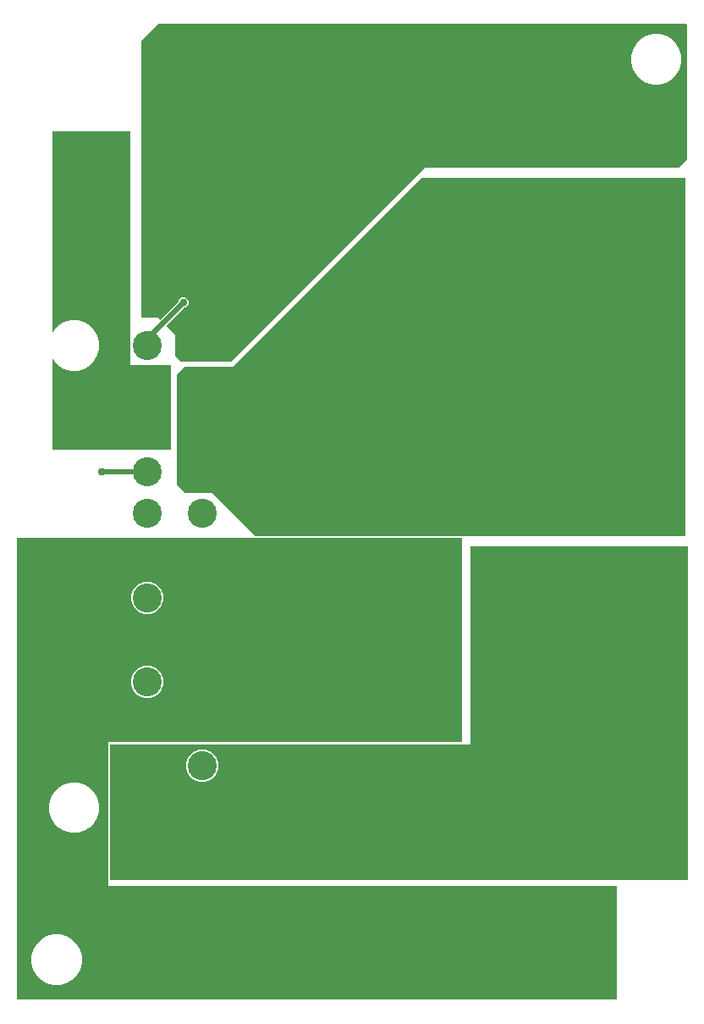
<source format=gbr>
G04 EAGLE Gerber RS-274X export*
G75*
%MOMM*%
%FSLAX34Y34*%
%LPD*%
%INBottom Copper*%
%IPPOS*%
%AMOC8*
5,1,8,0,0,1.08239X$1,22.5*%
G01*
%ADD10C,2.900000*%
%ADD11C,2.000000*%
%ADD12C,0.756400*%
%ADD13C,0.508000*%

G36*
X610008Y10162D02*
X610008Y10162D01*
X610017Y10161D01*
X610105Y10182D01*
X610195Y10200D01*
X610202Y10205D01*
X610210Y10207D01*
X610283Y10261D01*
X610359Y10313D01*
X610363Y10320D01*
X610370Y10325D01*
X610417Y10403D01*
X610466Y10480D01*
X610467Y10489D01*
X610472Y10496D01*
X610499Y10660D01*
X610499Y123000D01*
X610498Y123004D01*
X610499Y123008D01*
X610498Y123011D01*
X610499Y123017D01*
X610478Y123105D01*
X610460Y123195D01*
X610455Y123202D01*
X610453Y123210D01*
X610399Y123283D01*
X610347Y123359D01*
X610340Y123363D01*
X610335Y123370D01*
X610257Y123417D01*
X610180Y123466D01*
X610171Y123467D01*
X610164Y123472D01*
X610000Y123499D01*
X101499Y123499D01*
X101499Y267501D01*
X455000Y267501D01*
X455008Y267502D01*
X455017Y267501D01*
X455105Y267522D01*
X455195Y267540D01*
X455202Y267545D01*
X455210Y267547D01*
X455283Y267601D01*
X455359Y267653D01*
X455363Y267660D01*
X455370Y267665D01*
X455417Y267743D01*
X455466Y267820D01*
X455467Y267829D01*
X455472Y267836D01*
X455499Y268000D01*
X455499Y471000D01*
X455498Y471008D01*
X455499Y471017D01*
X455478Y471105D01*
X455460Y471195D01*
X455455Y471202D01*
X455453Y471210D01*
X455399Y471283D01*
X455347Y471359D01*
X455340Y471363D01*
X455335Y471370D01*
X455257Y471417D01*
X455180Y471466D01*
X455171Y471467D01*
X455164Y471472D01*
X455000Y471499D01*
X10660Y471499D01*
X10652Y471498D01*
X10643Y471499D01*
X10555Y471478D01*
X10465Y471460D01*
X10458Y471455D01*
X10450Y471453D01*
X10377Y471399D01*
X10301Y471347D01*
X10297Y471340D01*
X10290Y471335D01*
X10243Y471257D01*
X10194Y471180D01*
X10193Y471171D01*
X10188Y471164D01*
X10161Y471000D01*
X10161Y10660D01*
X10162Y10652D01*
X10161Y10643D01*
X10182Y10555D01*
X10200Y10465D01*
X10205Y10458D01*
X10207Y10450D01*
X10261Y10377D01*
X10313Y10301D01*
X10320Y10297D01*
X10325Y10290D01*
X10403Y10243D01*
X10480Y10194D01*
X10489Y10193D01*
X10496Y10188D01*
X10660Y10161D01*
X610000Y10161D01*
X610008Y10162D01*
G37*
G36*
X679008Y473502D02*
X679008Y473502D01*
X679017Y473501D01*
X679105Y473522D01*
X679195Y473540D01*
X679202Y473545D01*
X679210Y473547D01*
X679283Y473601D01*
X679359Y473653D01*
X679363Y473660D01*
X679370Y473665D01*
X679417Y473743D01*
X679466Y473820D01*
X679467Y473829D01*
X679472Y473836D01*
X679499Y474000D01*
X679499Y831000D01*
X679498Y831008D01*
X679499Y831017D01*
X679478Y831105D01*
X679460Y831195D01*
X679455Y831202D01*
X679453Y831210D01*
X679399Y831283D01*
X679347Y831359D01*
X679340Y831363D01*
X679335Y831370D01*
X679257Y831417D01*
X679180Y831466D01*
X679171Y831467D01*
X679164Y831472D01*
X679000Y831499D01*
X415000Y831499D01*
X414988Y831497D01*
X414975Y831499D01*
X414891Y831477D01*
X414805Y831460D01*
X414795Y831453D01*
X414783Y831449D01*
X414647Y831353D01*
X225793Y642499D01*
X178000Y642499D01*
X177988Y642497D01*
X177975Y642499D01*
X177891Y642477D01*
X177805Y642460D01*
X177795Y642453D01*
X177783Y642449D01*
X177647Y642353D01*
X170647Y635353D01*
X170640Y635342D01*
X170630Y635335D01*
X170586Y635260D01*
X170537Y635187D01*
X170535Y635175D01*
X170528Y635164D01*
X170501Y635000D01*
X170501Y525000D01*
X170503Y524988D01*
X170501Y524975D01*
X170523Y524891D01*
X170540Y524805D01*
X170548Y524795D01*
X170551Y524783D01*
X170647Y524647D01*
X178647Y516647D01*
X178658Y516640D01*
X178665Y516630D01*
X178740Y516586D01*
X178813Y516537D01*
X178825Y516535D01*
X178836Y516528D01*
X179000Y516501D01*
X205793Y516501D01*
X248647Y473647D01*
X248658Y473640D01*
X248665Y473630D01*
X248740Y473586D01*
X248813Y473537D01*
X248825Y473535D01*
X248836Y473528D01*
X249000Y473501D01*
X679000Y473501D01*
X679008Y473502D01*
G37*
G36*
X681008Y129502D02*
X681008Y129502D01*
X681017Y129501D01*
X681105Y129522D01*
X681195Y129540D01*
X681202Y129545D01*
X681210Y129547D01*
X681283Y129601D01*
X681359Y129653D01*
X681363Y129660D01*
X681370Y129665D01*
X681417Y129743D01*
X681466Y129820D01*
X681467Y129829D01*
X681472Y129836D01*
X681499Y130000D01*
X681499Y463000D01*
X681498Y463008D01*
X681499Y463016D01*
X681499Y463017D01*
X681478Y463105D01*
X681460Y463195D01*
X681455Y463202D01*
X681453Y463210D01*
X681399Y463283D01*
X681347Y463359D01*
X681340Y463363D01*
X681335Y463370D01*
X681257Y463417D01*
X681180Y463466D01*
X681171Y463467D01*
X681164Y463472D01*
X681000Y463499D01*
X465000Y463499D01*
X464992Y463498D01*
X464983Y463499D01*
X464895Y463478D01*
X464805Y463460D01*
X464798Y463455D01*
X464790Y463453D01*
X464717Y463399D01*
X464641Y463347D01*
X464637Y463340D01*
X464630Y463335D01*
X464583Y463257D01*
X464534Y463180D01*
X464533Y463171D01*
X464528Y463164D01*
X464501Y463000D01*
X464501Y265499D01*
X104000Y265499D01*
X103992Y265498D01*
X103983Y265499D01*
X103895Y265478D01*
X103805Y265460D01*
X103798Y265455D01*
X103790Y265453D01*
X103717Y265399D01*
X103641Y265347D01*
X103637Y265340D01*
X103630Y265335D01*
X103583Y265257D01*
X103534Y265180D01*
X103533Y265171D01*
X103528Y265164D01*
X103501Y265000D01*
X103501Y130000D01*
X103502Y129992D01*
X103501Y129983D01*
X103522Y129895D01*
X103540Y129805D01*
X103545Y129798D01*
X103547Y129790D01*
X103601Y129717D01*
X103653Y129641D01*
X103660Y129637D01*
X103665Y129630D01*
X103743Y129583D01*
X103820Y129534D01*
X103829Y129533D01*
X103836Y129528D01*
X104000Y129501D01*
X681000Y129501D01*
X681008Y129502D01*
G37*
G36*
X224012Y647503D02*
X224012Y647503D01*
X224025Y647501D01*
X224109Y647523D01*
X224195Y647540D01*
X224205Y647548D01*
X224217Y647551D01*
X224353Y647647D01*
X418207Y841501D01*
X672000Y841501D01*
X672012Y841503D01*
X672025Y841501D01*
X672109Y841523D01*
X672195Y841540D01*
X672205Y841548D01*
X672217Y841551D01*
X672353Y841647D01*
X680353Y849647D01*
X680360Y849658D01*
X680370Y849665D01*
X680415Y849740D01*
X680463Y849813D01*
X680465Y849825D01*
X680472Y849836D01*
X680499Y850000D01*
X680499Y985000D01*
X680498Y985005D01*
X680499Y985010D01*
X680498Y985013D01*
X680499Y985017D01*
X680478Y985105D01*
X680460Y985195D01*
X680455Y985202D01*
X680453Y985210D01*
X680399Y985283D01*
X680347Y985359D01*
X680340Y985363D01*
X680335Y985370D01*
X680257Y985417D01*
X680180Y985466D01*
X680171Y985467D01*
X680164Y985472D01*
X680000Y985499D01*
X152000Y985499D01*
X151988Y985497D01*
X151975Y985499D01*
X151891Y985477D01*
X151805Y985460D01*
X151795Y985453D01*
X151783Y985449D01*
X151647Y985353D01*
X134647Y968353D01*
X134640Y968342D01*
X134630Y968335D01*
X134586Y968260D01*
X134537Y968187D01*
X134535Y968175D01*
X134528Y968164D01*
X134501Y968000D01*
X134501Y692000D01*
X134502Y691992D01*
X134501Y691983D01*
X134522Y691894D01*
X134540Y691805D01*
X134545Y691798D01*
X134547Y691790D01*
X134601Y691717D01*
X134653Y691641D01*
X134660Y691637D01*
X134665Y691630D01*
X134743Y691583D01*
X134820Y691534D01*
X134829Y691533D01*
X134836Y691528D01*
X135000Y691501D01*
X151793Y691501D01*
X153420Y689874D01*
X153427Y689870D01*
X153432Y689863D01*
X153509Y689815D01*
X153586Y689764D01*
X153594Y689763D01*
X153601Y689758D01*
X153691Y689745D01*
X153781Y689728D01*
X153789Y689730D01*
X153798Y689729D01*
X153886Y689751D01*
X153975Y689771D01*
X153982Y689776D01*
X153990Y689778D01*
X154126Y689874D01*
X171547Y707295D01*
X171554Y707306D01*
X171564Y707313D01*
X171609Y707388D01*
X171657Y707461D01*
X171659Y707474D01*
X171666Y707484D01*
X171693Y707648D01*
X171693Y709198D01*
X174802Y712307D01*
X179198Y712307D01*
X182307Y709198D01*
X182307Y704802D01*
X179198Y701693D01*
X177648Y701693D01*
X177636Y701691D01*
X177624Y701693D01*
X177539Y701671D01*
X177454Y701654D01*
X177443Y701647D01*
X177431Y701643D01*
X177295Y701547D01*
X159874Y684126D01*
X159870Y684119D01*
X159863Y684114D01*
X159815Y684036D01*
X159764Y683960D01*
X159763Y683952D01*
X159758Y683945D01*
X159745Y683855D01*
X159728Y683765D01*
X159730Y683756D01*
X159729Y683748D01*
X159751Y683660D01*
X159771Y683570D01*
X159776Y683563D01*
X159778Y683555D01*
X159874Y683420D01*
X168501Y674793D01*
X168501Y654000D01*
X168503Y653988D01*
X168501Y653975D01*
X168523Y653891D01*
X168540Y653805D01*
X168548Y653795D01*
X168551Y653783D01*
X168647Y653647D01*
X174647Y647647D01*
X174658Y647640D01*
X174665Y647630D01*
X174740Y647586D01*
X174813Y647537D01*
X174825Y647535D01*
X174836Y647528D01*
X175000Y647501D01*
X224000Y647501D01*
X224012Y647503D01*
G37*
G36*
X164008Y559502D02*
X164008Y559502D01*
X164017Y559501D01*
X164105Y559522D01*
X164195Y559540D01*
X164202Y559545D01*
X164210Y559547D01*
X164283Y559601D01*
X164359Y559653D01*
X164363Y559660D01*
X164370Y559665D01*
X164417Y559743D01*
X164466Y559820D01*
X164467Y559829D01*
X164472Y559836D01*
X164499Y560000D01*
X164499Y644000D01*
X164498Y644008D01*
X164499Y644017D01*
X164478Y644105D01*
X164460Y644195D01*
X164455Y644202D01*
X164453Y644210D01*
X164399Y644283D01*
X164347Y644359D01*
X164340Y644363D01*
X164335Y644370D01*
X164257Y644417D01*
X164180Y644466D01*
X164171Y644467D01*
X164164Y644472D01*
X164000Y644499D01*
X123499Y644499D01*
X123499Y878000D01*
X123498Y878008D01*
X123499Y878017D01*
X123478Y878105D01*
X123460Y878195D01*
X123455Y878202D01*
X123453Y878210D01*
X123399Y878283D01*
X123347Y878359D01*
X123340Y878363D01*
X123335Y878370D01*
X123257Y878417D01*
X123180Y878466D01*
X123171Y878467D01*
X123164Y878472D01*
X123000Y878499D01*
X46000Y878499D01*
X45992Y878498D01*
X45983Y878499D01*
X45895Y878478D01*
X45805Y878460D01*
X45798Y878455D01*
X45790Y878453D01*
X45717Y878399D01*
X45641Y878347D01*
X45637Y878340D01*
X45630Y878335D01*
X45583Y878257D01*
X45534Y878180D01*
X45533Y878171D01*
X45528Y878164D01*
X45501Y878000D01*
X45501Y677908D01*
X45515Y677840D01*
X45520Y677770D01*
X45534Y677743D01*
X45540Y677713D01*
X45580Y677656D01*
X45612Y677594D01*
X45635Y677574D01*
X45653Y677549D01*
X45711Y677511D01*
X45765Y677467D01*
X45794Y677458D01*
X45820Y677442D01*
X45889Y677430D01*
X45955Y677410D01*
X45986Y677414D01*
X46017Y677409D01*
X46084Y677425D01*
X46153Y677432D01*
X46180Y677448D01*
X46210Y677455D01*
X46266Y677496D01*
X46326Y677530D01*
X46349Y677557D01*
X46370Y677573D01*
X46391Y677608D01*
X46432Y677658D01*
X47466Y679449D01*
X52151Y684134D01*
X57888Y687446D01*
X64288Y689161D01*
X70912Y689161D01*
X77312Y687446D01*
X83049Y684134D01*
X87734Y679449D01*
X91046Y673712D01*
X92761Y667312D01*
X92761Y660688D01*
X91046Y654288D01*
X87734Y648551D01*
X83049Y643866D01*
X77312Y640554D01*
X70912Y638839D01*
X64288Y638839D01*
X57888Y640554D01*
X52151Y643866D01*
X47466Y648551D01*
X46432Y650342D01*
X46386Y650394D01*
X46347Y650451D01*
X46321Y650468D01*
X46301Y650491D01*
X46238Y650521D01*
X46180Y650558D01*
X46149Y650563D01*
X46121Y650577D01*
X46052Y650580D01*
X45983Y650591D01*
X45954Y650584D01*
X45923Y650586D01*
X45857Y650561D01*
X45790Y650545D01*
X45765Y650527D01*
X45736Y650516D01*
X45686Y650468D01*
X45630Y650427D01*
X45614Y650401D01*
X45592Y650380D01*
X45564Y650316D01*
X45528Y650256D01*
X45523Y650222D01*
X45512Y650197D01*
X45511Y650156D01*
X45501Y650092D01*
X45501Y560000D01*
X45502Y559992D01*
X45501Y559983D01*
X45522Y559895D01*
X45540Y559805D01*
X45545Y559798D01*
X45547Y559790D01*
X45601Y559717D01*
X45653Y559641D01*
X45660Y559637D01*
X45665Y559630D01*
X45743Y559583D01*
X45820Y559534D01*
X45829Y559533D01*
X45836Y559528D01*
X46000Y559501D01*
X164000Y559501D01*
X164008Y559502D01*
G37*
%LPC*%
G36*
X646688Y924839D02*
X646688Y924839D01*
X640288Y926554D01*
X634551Y929866D01*
X629866Y934551D01*
X626554Y940288D01*
X624839Y946688D01*
X624839Y953312D01*
X626554Y959712D01*
X629866Y965449D01*
X634551Y970134D01*
X640288Y973446D01*
X646688Y975161D01*
X653312Y975161D01*
X659712Y973446D01*
X665449Y970134D01*
X670134Y965449D01*
X673446Y959712D01*
X675161Y953312D01*
X675161Y946688D01*
X673446Y940288D01*
X670134Y934551D01*
X665449Y929866D01*
X659712Y926554D01*
X653312Y924839D01*
X646688Y924839D01*
G37*
%LPD*%
%LPC*%
G36*
X64288Y176839D02*
X64288Y176839D01*
X57888Y178554D01*
X52151Y181866D01*
X47466Y186551D01*
X44154Y192288D01*
X42439Y198688D01*
X42439Y205312D01*
X44154Y211712D01*
X47466Y217449D01*
X52151Y222134D01*
X57888Y225446D01*
X64288Y227161D01*
X70912Y227161D01*
X77312Y225446D01*
X83049Y222134D01*
X87734Y217449D01*
X91046Y211712D01*
X92761Y205312D01*
X92761Y198688D01*
X91046Y192288D01*
X87734Y186551D01*
X83049Y181866D01*
X77312Y178554D01*
X70912Y176839D01*
X64288Y176839D01*
G37*
%LPD*%
%LPC*%
G36*
X46688Y24839D02*
X46688Y24839D01*
X40288Y26554D01*
X34551Y29866D01*
X29866Y34551D01*
X26554Y40288D01*
X24839Y46688D01*
X24839Y53312D01*
X26554Y59712D01*
X29866Y65449D01*
X34551Y70134D01*
X40288Y73446D01*
X46688Y75161D01*
X53312Y75161D01*
X59712Y73446D01*
X65449Y70134D01*
X70134Y65449D01*
X73446Y59712D01*
X75161Y53312D01*
X75161Y46688D01*
X73446Y40288D01*
X70134Y34551D01*
X65449Y29866D01*
X59712Y26554D01*
X53312Y24839D01*
X46688Y24839D01*
G37*
%LPD*%
%LPC*%
G36*
X137412Y395975D02*
X137412Y395975D01*
X131523Y398415D01*
X127015Y402923D01*
X124575Y408812D01*
X124575Y415188D01*
X127015Y421077D01*
X131523Y425585D01*
X137412Y428025D01*
X143788Y428025D01*
X149677Y425585D01*
X154185Y421077D01*
X156625Y415188D01*
X156625Y408812D01*
X154185Y402923D01*
X149677Y398415D01*
X143788Y395975D01*
X137412Y395975D01*
G37*
%LPD*%
%LPC*%
G36*
X137412Y311975D02*
X137412Y311975D01*
X131523Y314415D01*
X127015Y318923D01*
X124575Y324812D01*
X124575Y331188D01*
X127015Y337077D01*
X131523Y341585D01*
X137412Y344025D01*
X143788Y344025D01*
X149677Y341585D01*
X154185Y337077D01*
X156625Y331188D01*
X156625Y324812D01*
X154185Y318923D01*
X149677Y314415D01*
X143788Y311975D01*
X137412Y311975D01*
G37*
%LPD*%
%LPC*%
G36*
X192412Y227975D02*
X192412Y227975D01*
X186523Y230415D01*
X182015Y234923D01*
X179575Y240812D01*
X179575Y247188D01*
X182015Y253077D01*
X186523Y257585D01*
X192412Y260025D01*
X198788Y260025D01*
X204677Y257585D01*
X209185Y253077D01*
X211625Y247188D01*
X211625Y240812D01*
X209185Y234923D01*
X204677Y230415D01*
X198788Y227975D01*
X192412Y227975D01*
G37*
%LPD*%
D10*
X140600Y202000D03*
X140600Y244000D03*
X140600Y286000D03*
X140600Y328000D03*
X140600Y370000D03*
X140600Y412000D03*
X140600Y454000D03*
X140600Y496000D03*
X140600Y538000D03*
X140600Y580000D03*
X140600Y622000D03*
X140600Y664000D03*
X195600Y202000D03*
X195600Y244000D03*
X195600Y286000D03*
X195600Y328000D03*
X195600Y370000D03*
X195600Y412000D03*
X195600Y454000D03*
X195600Y496000D03*
X195600Y538000D03*
X195600Y580000D03*
X195600Y622000D03*
X195600Y664000D03*
D11*
X111000Y84000D02*
X111000Y64000D01*
X149100Y64000D02*
X149100Y84000D01*
X187200Y84000D02*
X187200Y64000D01*
X225300Y64000D02*
X225300Y84000D01*
X617000Y148000D02*
X637000Y148000D01*
X637000Y186100D02*
X617000Y186100D01*
X617000Y224200D02*
X637000Y224200D01*
X637000Y262300D02*
X617000Y262300D01*
X623000Y497000D02*
X643000Y497000D01*
X643000Y535100D02*
X623000Y535100D01*
X623000Y573200D02*
X643000Y573200D01*
X643000Y611300D02*
X623000Y611300D01*
X618000Y321000D02*
X638000Y321000D01*
X638000Y359100D02*
X618000Y359100D01*
X618000Y397200D02*
X638000Y397200D01*
X638000Y435300D02*
X618000Y435300D01*
X621000Y669000D02*
X641000Y669000D01*
X641000Y707100D02*
X621000Y707100D01*
X621000Y745200D02*
X641000Y745200D01*
X641000Y783300D02*
X621000Y783300D01*
X289000Y84000D02*
X289000Y64000D01*
X327100Y64000D02*
X327100Y84000D01*
X365200Y84000D02*
X365200Y64000D01*
X403300Y64000D02*
X403300Y84000D01*
X462000Y85000D02*
X462000Y65000D01*
X500100Y65000D02*
X500100Y85000D01*
X538200Y85000D02*
X538200Y65000D01*
X576300Y65000D02*
X576300Y85000D01*
X87000Y860000D02*
X67000Y860000D01*
X67000Y821900D02*
X87000Y821900D01*
X87000Y783800D02*
X67000Y783800D01*
X67000Y745700D02*
X87000Y745700D01*
D12*
X488000Y111000D03*
X134000Y105000D03*
X263000Y297000D03*
X65000Y304000D03*
X267000Y388000D03*
X85000Y395000D03*
X200000Y829000D03*
X277000Y831000D03*
D13*
X140600Y670600D02*
X140600Y664000D01*
X140600Y670600D02*
X177000Y707000D01*
D12*
X177000Y707000D03*
D13*
X140600Y538000D02*
X95000Y538000D01*
D12*
X95000Y538000D03*
M02*

</source>
